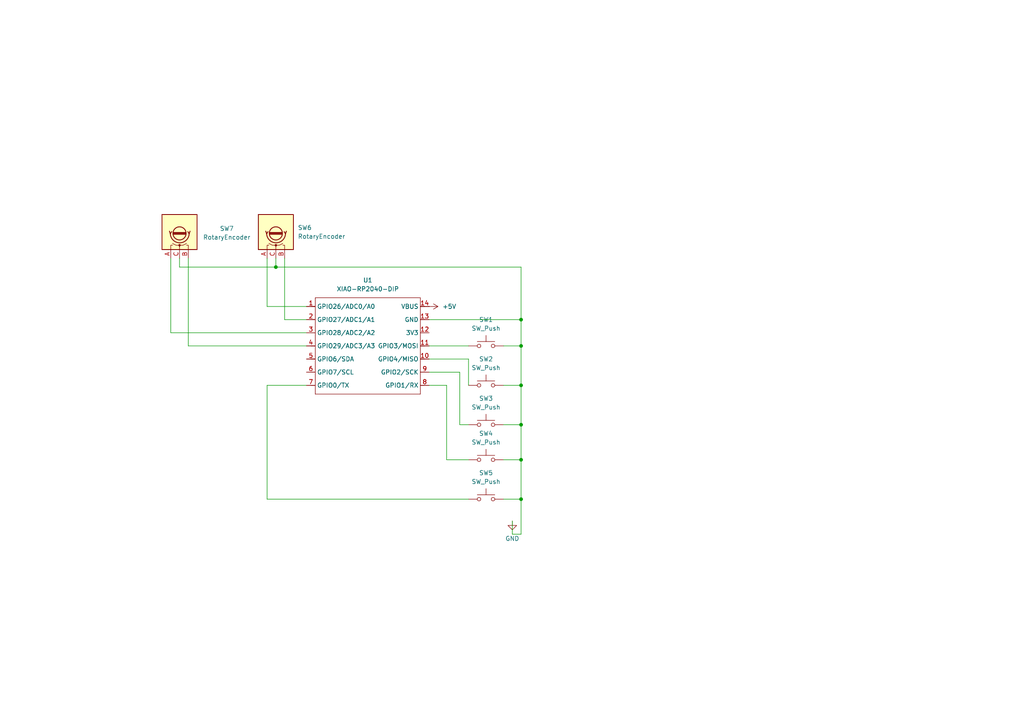
<source format=kicad_sch>
(kicad_sch (version 20250114) (generator "eeschema") (generator_version "9.0")
  (paper "A4")
  (lib_symbols
    (symbol "Device:RotaryEncoder" (pin_names (offset 0.254) (hide yes))
      (property "Reference" "SW" (at 0 6.604 0))
      (property "Value" "RotaryEncoder" (at 0 -6.604 0))
      (symbol "RotaryEncoder_0_1"
        (rectangle (start -5.08 5.08) (end 5.08 -5.08) (stroke (width 0.254)) (fill (type background)))
        (polyline (pts (xy -5.08 2.54) (xy -3.81 2.54) (xy -3.81 2.032)))
        (polyline (pts (xy -5.08 0) (xy -3.81 0) (xy -3.81 -1.016) (xy -3.302 -2.032)))
        (polyline (pts (xy -5.08 -2.54) (xy -3.81 -2.54) (xy -3.81 -2.032)))
        (polyline (pts (xy -4.318 0) (xy -3.81 0) (xy -3.81 1.016) (xy -3.302 2.032)))
        (circle (center -3.81 0) (radius 0.254) (fill (type outline)))
        (polyline (pts (xy -0.635 -1.778) (xy -0.635 1.778)) (stroke (width 0.254)))
        (circle (center -0.381 0) (radius 1.905) (stroke (width 0.254)))
        (polyline (pts (xy -0.381 -1.778) (xy -0.381 1.778)) (stroke (width 0.254)))
        (arc (start -0.381 -2.794) (mid -3.0988 -0.0635) (end -0.381 2.667) (stroke (width 0.254)))
        (polyline (pts (xy -0.127 1.778) (xy -0.127 -1.778)) (stroke (width 0.254)))
        (polyline (pts (xy 0.254 2.921) (xy -0.508 2.667) (xy 0.127 2.286)) (stroke (width 0.254)))
        (polyline (pts (xy 0.254 -3.048) (xy -0.508 -2.794) (xy 0.127 -2.413)) (stroke (width 0.254)))
      )
      (symbol "RotaryEncoder_1_1"
        (pin passive line (at -7.62 2.54 0) (length 2.54) (name "A") (number "A"))
        (pin passive line (at -7.62 0 0) (length 2.54) (name "C") (number "C"))
        (pin passive line (at -7.62 -2.54 0) (length 2.54) (name "B") (number "B"))
      )
    )
    (symbol "OPL:XIAO-RP2040-DIP"
      (property "Reference" "U" (at 0 0 0))
      (property "Value" "XIAO-RP2040-DIP" (at 5.334 -1.778 0))
      (symbol "XIAO-RP2040-DIP_1_0"
        (polyline (pts (xy -1.27 -2.54) (xy 29.21 -2.54)) (stroke (width 0.1524)))
        (polyline (pts (xy -1.27 -5.08) (xy -2.54 -5.08)) (stroke (width 0.1524)))
        (polyline (pts (xy -1.27 -5.08) (xy -1.27 -2.54)) (stroke (width 0.1524)))
        (polyline (pts (xy -1.27 -8.89) (xy -2.54 -8.89)) (stroke (width 0.1524)))
        (polyline (pts (xy -1.27 -8.89) (xy -1.27 -5.08)) (stroke (width 0.1524)))
        (polyline (pts (xy -1.27 -12.7) (xy -2.54 -12.7)) (stroke (width 0.1524)))
        (polyline (pts (xy -1.27 -12.7) (xy -1.27 -8.89)) (stroke (width 0.1524)))
        (polyline (pts (xy -1.27 -16.51) (xy -2.54 -16.51)) (stroke (width 0.1524)))
        (polyline (pts (xy -1.27 -16.51) (xy -1.27 -12.7)) (stroke (width 0.1524)))
        (polyline (pts (xy -1.27 -20.32) (xy -2.54 -20.32)) (stroke (width 0.1524)))
        (polyline (pts (xy -1.27 -24.13) (xy -2.54 -24.13)) (stroke (width 0.1524)))
        (polyline (pts (xy -1.27 -27.94) (xy -2.54 -27.94)) (stroke (width 0.1524)))
        (polyline (pts (xy -1.27 -30.48) (xy -1.27 -16.51)) (stroke (width 0.1524)))
        (polyline (pts (xy 29.21 -2.54) (xy 29.21 -5.08)) (stroke (width 0.1524)))
        (polyline (pts (xy 29.21 -5.08) (xy 29.21 -8.89)) (stroke (width 0.1524)))
        (polyline (pts (xy 29.21 -8.89) (xy 29.21 -12.7)) (stroke (width 0.1524)))
        (polyline (pts (xy 29.21 -12.7) (xy 29.21 -30.48)) (stroke (width 0.1524)))
        (polyline (pts (xy 29.21 -30.48) (xy -1.27 -30.48)) (stroke (width 0.1524)))
        (polyline (pts (xy 30.48 -5.08) (xy 29.21 -5.08)) (stroke (width 0.1524)))
        (polyline (pts (xy 30.48 -8.89) (xy 29.21 -8.89)) (stroke (width 0.1524)))
        (polyline (pts (xy 30.48 -12.7) (xy 29.21 -12.7)) (stroke (width 0.1524)))
        (polyline (pts (xy 30.48 -16.51) (xy 29.21 -16.51)) (stroke (width 0.1524)))
        (polyline (pts (xy 30.48 -20.32) (xy 29.21 -20.32)) (stroke (width 0.1524)))
        (polyline (pts (xy 30.48 -24.13) (xy 29.21 -24.13)) (stroke (width 0.1524)))
        (polyline (pts (xy 30.48 -27.94) (xy 29.21 -27.94)) (stroke (width 0.1524)))
        (pin passive line (at -3.81 -5.08 0) (length 2.54) (name "GPIO26/ADC0/A0") (number "1"))
        (pin passive line (at -3.81 -8.89 0) (length 2.54) (name "GPIO27/ADC1/A1") (number "2"))
        (pin passive line (at -3.81 -12.7 0) (length 2.54) (name "GPIO28/ADC2/A2") (number "3"))
        (pin passive line (at -3.81 -16.51 0) (length 2.54) (name "GPIO29/ADC3/A3") (number "4"))
        (pin passive line (at -3.81 -20.32 0) (length 2.54) (name "GPIO6/SDA") (number "5"))
        (pin passive line (at -3.81 -24.13 0) (length 2.54) (name "GPIO7/SCL") (number "6"))
        (pin passive line (at -3.81 -27.94 0) (length 2.54) (name "GPIO0/TX") (number "7"))
        (pin passive line (at 31.75 -5.08 180) (length 2.54) (name "VBUS") (number "14"))
        (pin passive line (at 31.75 -8.89 180) (length 2.54) (name "GND") (number "13"))
        (pin passive line (at 31.75 -12.7 180) (length 2.54) (name "3V3") (number "12"))
        (pin passive line (at 31.75 -16.51 180) (length 2.54) (name "GPIO3/MOSI") (number "11"))
        (pin passive line (at 31.75 -20.32 180) (length 2.54) (name "GPIO4/MISO") (number "10"))
        (pin passive line (at 31.75 -24.13 180) (length 2.54) (name "GPIO2/SCK") (number "9"))
        (pin passive line (at 31.75 -27.94 180) (length 2.54) (name "GPIO1/RX") (number "8"))
      )
    )
    (symbol "Switch:SW_Push" (pin_numbers (hide yes)) (pin_names (offset 1.016) (hide yes))
      (property "Reference" "SW" (at 1.27 2.54 0))
      (property "Value" "SW_Push" (at 0 -1.524 0))
      (symbol "SW_Push_0_1"
        (circle (center -2.032 0) (radius 0.508))
        (polyline (pts (xy 0 1.27) (xy 0 3.048)))
        (circle (center 2.032 0) (radius 0.508))
        (polyline (pts (xy 2.54 1.27) (xy -2.54 1.27)))
        (pin passive line (at -5.08 0 0) (length 2.54) (name "1") (number "1"))
        (pin passive line (at 5.08 0 180) (length 2.54) (name "2") (number "2"))
      )
    )
    (symbol "power:+5V" (power) (pin_numbers (hide yes)) (pin_names (offset 0) (hide yes))
      (property "Value" "+5V" (at 0 3.556 0))
      (symbol "+5V_0_1"
        (polyline (pts (xy -0.762 1.27) (xy 0 2.54)))
        (polyline (pts (xy 0 2.54) (xy 0.762 1.27)))
        (polyline (pts (xy 0 0) (xy 0 2.54)))
      )
      (symbol "+5V_1_1"
        (pin power_in line (at 0 0 90) (length 0) (name "~") (number "1"))
      )
    )
    (symbol "power:GND" (power) (pin_numbers (hide yes)) (pin_names (offset 0) (hide yes))
      (property "Value" "GND" (at 0 -3.81 0))
      (symbol "GND_0_1"
        (polyline (pts (xy 0 0) (xy 0 -1.27) (xy 1.27 -1.27) (xy 0 -2.54) (xy -1.27 -1.27) (xy 0 -1.27)))
      )
      (symbol "GND_1_1"
        (pin power_in line (at 0 0 270) (length 0) (name "~") (number "1"))
      )
    )
  )
  (junction (at 151.13 92.71))
  (junction (at 151.13 133.35))
  (junction (at 80.01 77.47))
  (junction (at 151.13 100.33))
  (junction (at 151.13 144.78))
  (junction (at 151.13 123.19))
  (junction (at 151.13 111.76))
  (wire (pts (xy 80.01 77.47) (xy 151.13 77.47)))
  (wire (pts (xy 52.07 77.47) (xy 80.01 77.47)))
  (wire (pts (xy 151.13 133.35) (xy 151.13 144.78)))
  (wire (pts (xy 88.9 111.76) (xy 77.47 111.76)))
  (wire (pts (xy 52.07 74.93) (xy 52.07 77.47)))
  (wire (pts (xy 151.13 100.33) (xy 151.13 111.76)))
  (wire (pts (xy 148.59 154.94) (xy 148.59 151.13)))
  (wire (pts (xy 151.13 144.78) (xy 151.13 154.94)))
  (wire (pts (xy 151.13 92.71) (xy 151.13 100.33)))
  (wire (pts (xy 77.47 74.93) (xy 77.47 88.9)))
  (wire (pts (xy 77.47 88.9) (xy 88.9 88.9)))
  (wire (pts (xy 135.89 111.76) (xy 135.89 104.14)))
  (wire (pts (xy 82.55 92.71) (xy 88.9 92.71)))
  (wire (pts (xy 146.05 100.33) (xy 151.13 100.33)))
  (wire (pts (xy 151.13 154.94) (xy 148.59 154.94)))
  (wire (pts (xy 49.53 74.93) (xy 49.53 96.52)))
  (wire (pts (xy 54.61 74.93) (xy 54.61 100.33)))
  (wire (pts (xy 54.61 100.33) (xy 88.9 100.33)))
  (wire (pts (xy 146.05 123.19) (xy 151.13 123.19)))
  (wire (pts (xy 151.13 77.47) (xy 151.13 92.71)))
  (wire (pts (xy 133.35 123.19) (xy 133.35 107.95)))
  (wire (pts (xy 133.35 107.95) (xy 124.46 107.95)))
  (wire (pts (xy 124.46 92.71) (xy 151.13 92.71)))
  (wire (pts (xy 135.89 123.19) (xy 133.35 123.19)))
  (wire (pts (xy 82.55 74.93) (xy 82.55 92.71)))
  (wire (pts (xy 77.47 111.76) (xy 77.47 144.78)))
  (wire (pts (xy 135.89 144.78) (xy 77.47 144.78)))
  (wire (pts (xy 135.89 104.14) (xy 124.46 104.14)))
  (wire (pts (xy 146.05 111.76) (xy 151.13 111.76)))
  (wire (pts (xy 151.13 123.19) (xy 151.13 133.35)))
  (wire (pts (xy 151.13 111.76) (xy 151.13 123.19)))
  (wire (pts (xy 129.54 111.76) (xy 124.46 111.76)))
  (wire (pts (xy 49.53 96.52) (xy 88.9 96.52)))
  (wire (pts (xy 146.05 133.35) (xy 151.13 133.35)))
  (wire (pts (xy 135.89 133.35) (xy 129.54 133.35)))
  (wire (pts (xy 80.01 74.93) (xy 80.01 77.47)))
  (wire (pts (xy 124.46 100.33) (xy 135.89 100.33)))
  (wire (pts (xy 129.54 133.35) (xy 129.54 111.76)))
  (wire (pts (xy 146.05 144.78) (xy 151.13 144.78)))
  (symbol (lib_id "OPL:XIAO-RP2040-DIP") (at 92.71 83.82 0) (unit 1)
    (property "Reference" "U1" (at 106.68 81.28 0))
    (property "Value" "XIAO-RP2040-DIP" (at 106.68 83.82 0))
    (property "Footprint" "OPL:XIAO-RP2040-DIP" (effects (hide yes)))
  )
  (symbol (lib_id "Switch:SW_Push") (at 140.97 123.19 0) (unit 1)
    (property "Reference" "SW3" (at 140.97 115.57 0))
    (property "Value" "SW_Push" (at 140.97 118.11 0))
    (property "Footprint" "Button_Switch_Keyboard:SW_Cherry_MX_1.00u_PCB" (effects (hide yes)))
    (property "Description" "Push button switch, generic, two pins" (effects (hide yes)))
  )
  (symbol (lib_id "Device:RotaryEncoder") (at 52.07 67.31 90) (unit 1)
    (property "Reference" "SW7" (at 65.786 66.294 90))
    (property "Value" "RotaryEncoder" (at 65.786 68.834 90))
    (property "Footprint" "Rotary_Encoder:RotaryEncoder_Alps_EC11E_Vertical_H20mm" (effects (hide yes)))
    (property "Description" "Rotary encoder, dual channel, incremental quadrate outputs" (effects (hide yes)))
  )
  (symbol (lib_id "power:+5V") (at 124.46 88.9 270) (unit 1)
    (property "Reference" "#PWR02" (effects (hide yes)))
    (property "Value" "+5V" (at 128.27 88.8999 90) (effects (justify left)))
    (property "Description" "Power symbol creates a global label with name \"+5V\"" (effects (hide yes)))
  )
  (symbol (lib_id "Switch:SW_Push") (at 140.97 111.76 0) (unit 1)
    (property "Reference" "SW2" (at 140.97 104.14 0))
    (property "Value" "SW_Push" (at 140.97 106.68 0))
    (property "Footprint" "Button_Switch_Keyboard:SW_Cherry_MX_1.00u_PCB" (effects (hide yes)))
    (property "Description" "Push button switch, generic, two pins" (effects (hide yes)))
  )
  (symbol (lib_id "Switch:SW_Push") (at 140.97 133.35 0) (unit 1)
    (property "Reference" "SW4" (at 140.97 125.73 0))
    (property "Value" "SW_Push" (at 140.97 128.27 0))
    (property "Footprint" "Button_Switch_Keyboard:SW_Cherry_MX_1.00u_PCB" (effects (hide yes)))
    (property "Description" "Push button switch, generic, two pins" (effects (hide yes)))
  )
  (symbol (lib_id "power:GND") (at 148.59 151.13 0) (unit 1)
    (property "Reference" "#PWR01" (effects (hide yes)))
    (property "Value" "GND" (at 148.59 156.21 0))
    (property "Description" "Power symbol creates a global label with name \"GND\" , ground" (effects (hide yes)))
  )
  (symbol (lib_id "Switch:SW_Push") (at 140.97 144.78 0) (unit 1)
    (property "Reference" "SW5" (at 140.97 137.16 0))
    (property "Value" "SW_Push" (at 140.97 139.7 0))
    (property "Footprint" "Button_Switch_Keyboard:SW_Cherry_MX_1.00u_PCB" (effects (hide yes)))
    (property "Description" "Push button switch, generic, two pins" (effects (hide yes)))
  )
  (symbol (lib_id "Switch:SW_Push") (at 140.97 100.33 0) (unit 1)
    (property "Reference" "SW1" (at 140.97 92.71 0))
    (property "Value" "SW_Push" (at 140.97 95.25 0))
    (property "Footprint" "Button_Switch_Keyboard:SW_Cherry_MX_1.00u_PCB" (effects (hide yes)))
    (property "Description" "Push button switch, generic, two pins" (effects (hide yes)))
  )
  (symbol (lib_id "Device:RotaryEncoder") (at 80.01 67.31 90) (unit 1)
    (property "Reference" "SW6" (at 86.36 66.0399 90) (effects (justify right)))
    (property "Value" "RotaryEncoder" (at 86.36 68.5799 90) (effects (justify right)))
    (property "Footprint" "Rotary_Encoder:RotaryEncoder_Alps_EC11E_Vertical_H20mm" (effects (hide yes)))
    (property "Description" "Rotary encoder, dual channel, incremental quadrate outputs" (effects (hide yes)))
  )
)
</source>
